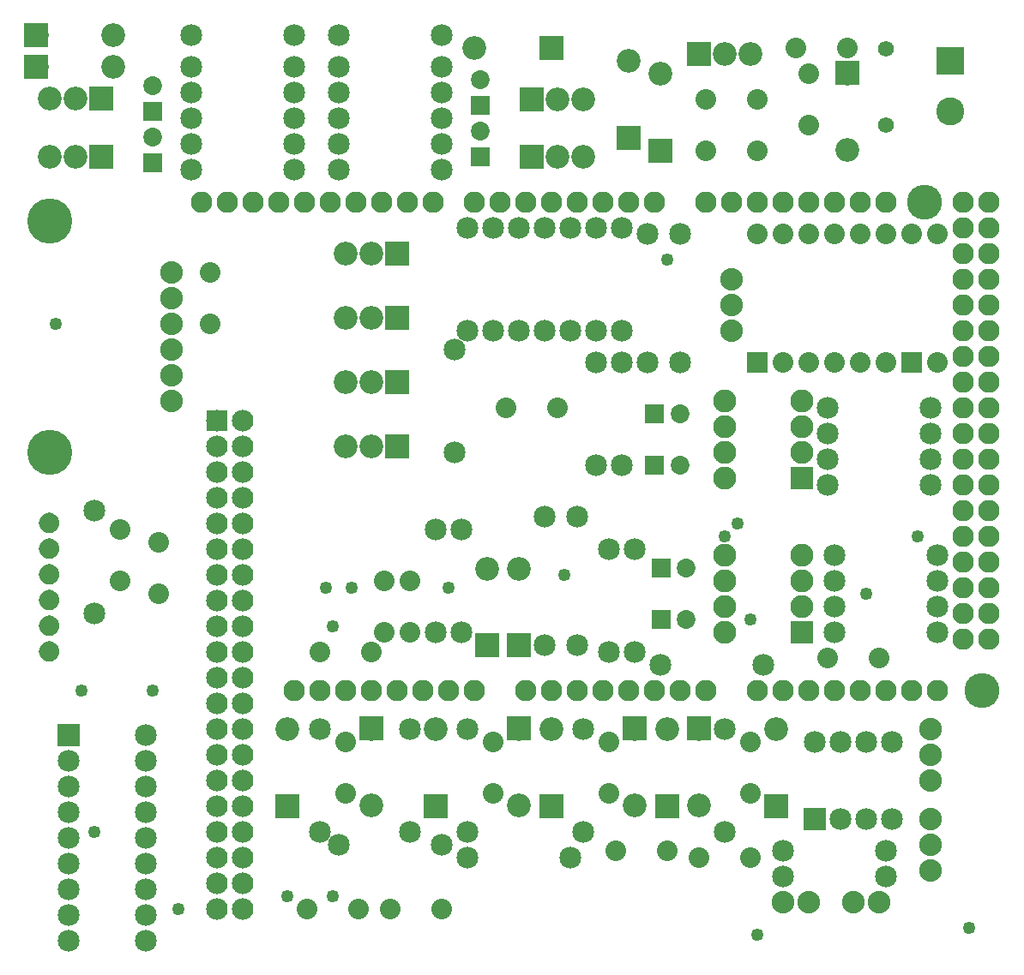
<source format=gts>
G04 MADE WITH FRITZING*
G04 WWW.FRITZING.ORG*
G04 DOUBLE SIDED*
G04 HOLES PLATED*
G04 CONTOUR ON CENTER OF CONTOUR VECTOR*
%ASAXBY*%
%FSLAX23Y23*%
%MOIN*%
%OFA0B0*%
%SFA1.0B1.0*%
%ADD10C,0.049370*%
%ADD11C,0.085000*%
%ADD12C,0.080000*%
%ADD13C,0.084000*%
%ADD14C,0.082917*%
%ADD15C,0.135984*%
%ADD16C,0.175354*%
%ADD17C,0.092000*%
%ADD18C,0.088000*%
%ADD19C,0.061496*%
%ADD20C,0.089370*%
%ADD21C,0.072992*%
%ADD22C,0.109055*%
%ADD23R,0.085000X0.085000*%
%ADD24R,0.080000X0.080000*%
%ADD25R,0.084000X0.084000*%
%ADD26R,0.092000X0.092000*%
%ADD27R,0.089370X0.089370*%
%ADD28R,0.072992X0.072992*%
%ADD29R,0.109055X0.109055*%
%ADD30R,0.001000X0.001000*%
%LNMASK1*%
G90*
G70*
G54D10*
X316Y678D03*
X1241Y1478D03*
X3316Y1603D03*
X2866Y1503D03*
X2141Y1678D03*
X1691Y1628D03*
X541Y1228D03*
X266Y1228D03*
X1241Y428D03*
X1066Y428D03*
X166Y2653D03*
X3716Y303D03*
X641Y378D03*
X2541Y2903D03*
X2891Y278D03*
G54D11*
X216Y1053D03*
X516Y1053D03*
X216Y953D03*
X516Y953D03*
X216Y853D03*
X516Y853D03*
X216Y753D03*
X516Y753D03*
X216Y653D03*
X516Y653D03*
X216Y553D03*
X516Y553D03*
X216Y453D03*
X516Y453D03*
X216Y353D03*
X516Y353D03*
X216Y253D03*
X516Y253D03*
G54D10*
X2816Y1878D03*
X2766Y1828D03*
X1216Y1628D03*
X1316Y1628D03*
G54D12*
X3591Y3003D03*
X3591Y2503D03*
X3491Y3003D03*
X3491Y2503D03*
X3391Y3003D03*
X3391Y2503D03*
X3291Y3003D03*
X3291Y2503D03*
X3191Y3003D03*
X3191Y2503D03*
X3091Y3003D03*
X3091Y2503D03*
X2991Y3003D03*
X2991Y2503D03*
X2891Y3003D03*
X2891Y2503D03*
G54D10*
X3516Y1828D03*
G54D11*
X3116Y728D03*
X3116Y1028D03*
X3216Y728D03*
X3216Y1028D03*
X3316Y728D03*
X3316Y1028D03*
X3416Y728D03*
X3416Y1028D03*
G54D13*
X891Y2278D03*
X891Y2178D03*
X891Y2078D03*
X891Y1978D03*
X891Y1878D03*
X891Y1778D03*
X891Y1678D03*
X891Y1578D03*
X891Y1478D03*
X891Y1378D03*
X891Y1278D03*
X891Y1178D03*
X891Y1078D03*
X891Y978D03*
X891Y878D03*
X891Y778D03*
X891Y678D03*
X891Y578D03*
X891Y478D03*
X891Y378D03*
X791Y2278D03*
X791Y2178D03*
X791Y2078D03*
X791Y1978D03*
X791Y1878D03*
X791Y1778D03*
X791Y1678D03*
X791Y1578D03*
X791Y1478D03*
X791Y1378D03*
X791Y1278D03*
X791Y1178D03*
X791Y1078D03*
X791Y978D03*
X791Y878D03*
X791Y778D03*
X791Y678D03*
X791Y578D03*
X791Y478D03*
X791Y378D03*
G54D14*
X2991Y1228D03*
X1391Y1228D03*
X3091Y1228D03*
X3191Y1228D03*
X3291Y1228D03*
X3391Y1228D03*
X3691Y2628D03*
X3491Y1228D03*
X3591Y1228D03*
X1431Y3128D03*
X1991Y1228D03*
X2091Y1228D03*
X2191Y1228D03*
X2291Y1228D03*
X3691Y1828D03*
X2391Y1228D03*
X2491Y1228D03*
X2591Y1228D03*
X2691Y1228D03*
X2191Y3128D03*
X3691Y3028D03*
X3691Y2228D03*
X3691Y1428D03*
X1031Y3128D03*
X1791Y1228D03*
X1791Y3128D03*
X3691Y2828D03*
X3691Y2428D03*
X3691Y2028D03*
X3391Y3128D03*
X3691Y1628D03*
X3291Y3128D03*
X3191Y3128D03*
X3091Y3128D03*
X2991Y3128D03*
X2891Y3128D03*
X2791Y3128D03*
X2691Y3128D03*
X831Y3128D03*
X1231Y3128D03*
X1631Y3128D03*
X1191Y1228D03*
X1591Y1228D03*
X2391Y3128D03*
X1991Y3128D03*
X3691Y3128D03*
X3691Y2928D03*
X3691Y2728D03*
X3691Y2528D03*
X3691Y2328D03*
X3691Y2128D03*
X3691Y1928D03*
X3691Y1728D03*
X3691Y1528D03*
X731Y3128D03*
X931Y3128D03*
X1131Y3128D03*
X1331Y3128D03*
X1531Y3128D03*
X1091Y1228D03*
X1291Y1228D03*
X1491Y1228D03*
X1691Y1228D03*
X2491Y3128D03*
X2291Y3128D03*
X2091Y3128D03*
X1891Y3128D03*
X3791Y3128D03*
X3791Y3028D03*
X3791Y2928D03*
X3791Y2828D03*
X3791Y2728D03*
X3791Y2628D03*
X3791Y2528D03*
X3791Y2428D03*
X3791Y2328D03*
X3791Y2228D03*
X3791Y2128D03*
X3791Y2028D03*
X3791Y1928D03*
X3791Y1828D03*
X3791Y1728D03*
X3791Y1628D03*
X3791Y1528D03*
X3791Y1428D03*
X2891Y1228D03*
G54D15*
X3766Y1228D03*
X3541Y3128D03*
G54D16*
X141Y3053D03*
G54D17*
X1491Y2428D03*
X1391Y2428D03*
X1291Y2428D03*
X1491Y2928D03*
X1391Y2928D03*
X1291Y2928D03*
X1491Y2678D03*
X1391Y2678D03*
X1291Y2678D03*
X1491Y2178D03*
X1391Y2178D03*
X1291Y2178D03*
G54D12*
X1191Y1378D03*
X1391Y1378D03*
G54D11*
X1191Y678D03*
X1191Y1078D03*
G54D17*
X2516Y3328D03*
X2516Y3626D03*
G54D11*
X316Y1928D03*
X316Y1528D03*
G54D16*
X141Y2153D03*
G54D18*
X616Y2853D03*
X616Y2753D03*
X616Y2653D03*
X616Y2553D03*
X616Y2453D03*
X616Y2353D03*
X3566Y528D03*
X3566Y628D03*
X3566Y728D03*
X3566Y1078D03*
X3566Y978D03*
X3566Y878D03*
X2791Y2828D03*
X2791Y2728D03*
X2791Y2628D03*
G54D11*
X2991Y603D03*
X3391Y603D03*
X2991Y503D03*
X3391Y503D03*
G54D18*
X2991Y403D03*
X3091Y403D03*
X3266Y403D03*
X3366Y403D03*
G54D11*
X3591Y1453D03*
X3191Y1453D03*
X2366Y3028D03*
X2366Y2628D03*
X2266Y3028D03*
X2266Y2628D03*
X3566Y2028D03*
X3166Y2028D03*
X3591Y1753D03*
X3191Y1753D03*
X2166Y3028D03*
X2166Y2628D03*
X1716Y2153D03*
X1716Y2553D03*
X3566Y2328D03*
X3166Y2328D03*
G54D17*
X2666Y3703D03*
X2766Y3703D03*
X2866Y3703D03*
G54D12*
X3041Y3728D03*
X3241Y3728D03*
X2891Y3528D03*
X2891Y3328D03*
X3091Y3428D03*
X3091Y3628D03*
X2691Y3528D03*
X2691Y3328D03*
G54D17*
X3241Y3628D03*
X3241Y3330D03*
G54D19*
X3391Y3428D03*
X3391Y3723D03*
X3391Y3428D03*
X3391Y3723D03*
G54D20*
X3066Y1453D03*
X2766Y1453D03*
X3066Y1553D03*
X2766Y1553D03*
X3066Y1653D03*
X2766Y1653D03*
X3066Y1753D03*
X2766Y1753D03*
X3066Y2053D03*
X2766Y2053D03*
X3066Y2153D03*
X2766Y2153D03*
X3066Y2253D03*
X2766Y2253D03*
X3066Y2353D03*
X2766Y2353D03*
G54D11*
X3591Y1553D03*
X3191Y1553D03*
X1866Y3028D03*
X1866Y2628D03*
X1966Y3028D03*
X1966Y2628D03*
X3566Y2128D03*
X3166Y2128D03*
X3591Y1653D03*
X3191Y1653D03*
X2066Y3028D03*
X2066Y2628D03*
X1766Y3028D03*
X1766Y2628D03*
X3566Y2228D03*
X3166Y2228D03*
G54D12*
X3366Y1353D03*
X3166Y1353D03*
G54D11*
X2066Y1403D03*
X2066Y1903D03*
G54D12*
X1916Y2328D03*
X2116Y2328D03*
G54D11*
X2591Y2503D03*
X2591Y3003D03*
X2191Y1903D03*
X2191Y1403D03*
X2466Y3003D03*
X2466Y2503D03*
X2416Y1778D03*
X2416Y1378D03*
X2266Y2103D03*
X2266Y2503D03*
X2316Y1778D03*
X2316Y1378D03*
X2366Y2103D03*
X2366Y2503D03*
G54D21*
X2518Y1703D03*
X2616Y1703D03*
X2493Y2303D03*
X2591Y2303D03*
X2518Y1503D03*
X2616Y1503D03*
X2493Y2103D03*
X2591Y2103D03*
G54D11*
X1741Y1853D03*
X1741Y1453D03*
X2166Y578D03*
X1766Y578D03*
X1666Y628D03*
X1266Y628D03*
G54D12*
X1866Y828D03*
X1866Y1028D03*
X1666Y378D03*
X1466Y378D03*
X1291Y828D03*
X1291Y1028D03*
X1341Y378D03*
X1141Y378D03*
G54D11*
X1766Y678D03*
X1766Y1078D03*
X1541Y678D03*
X1541Y1078D03*
G54D17*
X2091Y778D03*
X2091Y1076D03*
X1391Y1078D03*
X1391Y780D03*
X1641Y778D03*
X1641Y1076D03*
X1066Y778D03*
X1066Y1076D03*
X1966Y1403D03*
X1966Y1701D03*
X1966Y1078D03*
X1966Y780D03*
G54D12*
X2866Y828D03*
X2866Y1028D03*
X566Y1603D03*
X566Y1803D03*
X2316Y828D03*
X2316Y1028D03*
X766Y2853D03*
X766Y2653D03*
X416Y1653D03*
X416Y1853D03*
X2666Y578D03*
X2866Y578D03*
X2541Y603D03*
X2341Y603D03*
G54D11*
X2766Y678D03*
X2766Y1078D03*
X2216Y678D03*
X2216Y1078D03*
G54D17*
X2966Y778D03*
X2966Y1076D03*
X2541Y778D03*
X2541Y1076D03*
X2666Y1078D03*
X2666Y780D03*
X2416Y1078D03*
X2416Y780D03*
G54D11*
X2916Y1328D03*
X2516Y1328D03*
G54D12*
X1441Y1453D03*
X1441Y1653D03*
X1541Y1653D03*
X1541Y1453D03*
G54D11*
X1641Y1853D03*
X1641Y1453D03*
G54D17*
X1841Y1403D03*
X1841Y1701D03*
G54D11*
X1091Y3253D03*
X691Y3253D03*
X1266Y3253D03*
X1666Y3253D03*
X1091Y3553D03*
X691Y3553D03*
X1265Y3552D03*
X1665Y3552D03*
G54D21*
X542Y3281D03*
X542Y3379D03*
X1816Y3305D03*
X1816Y3403D03*
X542Y3481D03*
X542Y3579D03*
X1816Y3505D03*
X1816Y3603D03*
G54D17*
X91Y3653D03*
X389Y3653D03*
X2091Y3728D03*
X1793Y3728D03*
X91Y3778D03*
X389Y3778D03*
X2391Y3378D03*
X2391Y3676D03*
X341Y3303D03*
X241Y3303D03*
X141Y3303D03*
X2016Y3303D03*
X2116Y3303D03*
X2216Y3303D03*
X342Y3529D03*
X242Y3529D03*
X142Y3529D03*
X2016Y3528D03*
X2116Y3528D03*
X2216Y3528D03*
G54D11*
X1091Y3353D03*
X691Y3353D03*
X1265Y3352D03*
X1665Y3352D03*
X1091Y3653D03*
X691Y3653D03*
X1265Y3652D03*
X1665Y3652D03*
X1091Y3453D03*
X691Y3453D03*
X1265Y3452D03*
X1665Y3452D03*
X1091Y3778D03*
X691Y3778D03*
X1266Y3778D03*
X1666Y3778D03*
G54D22*
X3641Y3678D03*
X3641Y3481D03*
G54D23*
X216Y1053D03*
G54D24*
X2891Y2503D03*
X3491Y2503D03*
G54D23*
X3116Y728D03*
G54D25*
X791Y2278D03*
G54D26*
X1491Y2428D03*
X1491Y2928D03*
X1491Y2678D03*
X1491Y2178D03*
X2516Y3327D03*
X2666Y3703D03*
X3241Y3629D03*
G54D27*
X3066Y1453D03*
X3066Y2053D03*
G54D28*
X2518Y1703D03*
X2493Y2303D03*
X2518Y1503D03*
X2493Y2103D03*
G54D26*
X2091Y777D03*
X1391Y1079D03*
X1641Y777D03*
X1066Y777D03*
X1966Y1402D03*
X1966Y1079D03*
X2966Y777D03*
X2541Y777D03*
X2666Y1079D03*
X2416Y1079D03*
X1841Y1402D03*
G54D28*
X542Y3281D03*
X1816Y3305D03*
X542Y3481D03*
X1816Y3505D03*
G54D26*
X90Y3653D03*
X2092Y3728D03*
X90Y3778D03*
X2391Y3377D03*
X341Y3303D03*
X2016Y3303D03*
X342Y3529D03*
X2016Y3528D03*
G54D29*
X3641Y3678D03*
G54D30*
X136Y1918D02*
X146Y1918D01*
X132Y1917D02*
X150Y1917D01*
X129Y1916D02*
X153Y1916D01*
X126Y1915D02*
X155Y1915D01*
X124Y1914D02*
X157Y1914D01*
X123Y1913D02*
X159Y1913D01*
X121Y1912D02*
X160Y1912D01*
X120Y1911D02*
X162Y1911D01*
X118Y1910D02*
X163Y1910D01*
X117Y1909D02*
X164Y1909D01*
X116Y1908D02*
X166Y1908D01*
X115Y1907D02*
X167Y1907D01*
X114Y1906D02*
X168Y1906D01*
X113Y1905D02*
X169Y1905D01*
X112Y1904D02*
X170Y1904D01*
X111Y1903D02*
X170Y1903D01*
X110Y1902D02*
X171Y1902D01*
X109Y1901D02*
X172Y1901D01*
X109Y1900D02*
X173Y1900D01*
X108Y1899D02*
X173Y1899D01*
X107Y1898D02*
X174Y1898D01*
X107Y1897D02*
X175Y1897D01*
X106Y1896D02*
X175Y1896D01*
X106Y1895D02*
X176Y1895D01*
X105Y1894D02*
X176Y1894D01*
X105Y1893D02*
X177Y1893D01*
X104Y1892D02*
X177Y1892D01*
X104Y1891D02*
X178Y1891D01*
X103Y1890D02*
X178Y1890D01*
X103Y1889D02*
X178Y1889D01*
X103Y1888D02*
X179Y1888D01*
X102Y1887D02*
X179Y1887D01*
X102Y1886D02*
X179Y1886D01*
X102Y1885D02*
X179Y1885D01*
X102Y1884D02*
X180Y1884D01*
X102Y1883D02*
X180Y1883D01*
X101Y1882D02*
X180Y1882D01*
X101Y1881D02*
X180Y1881D01*
X101Y1880D02*
X180Y1880D01*
X101Y1879D02*
X180Y1879D01*
X101Y1878D02*
X180Y1878D01*
X101Y1877D02*
X180Y1877D01*
X101Y1876D02*
X180Y1876D01*
X101Y1875D02*
X180Y1875D01*
X102Y1874D02*
X180Y1874D01*
X102Y1873D02*
X180Y1873D01*
X102Y1872D02*
X179Y1872D01*
X102Y1871D02*
X179Y1871D01*
X102Y1870D02*
X179Y1870D01*
X103Y1869D02*
X179Y1869D01*
X103Y1868D02*
X178Y1868D01*
X103Y1867D02*
X178Y1867D01*
X104Y1866D02*
X178Y1866D01*
X104Y1865D02*
X177Y1865D01*
X105Y1864D02*
X177Y1864D01*
X105Y1863D02*
X176Y1863D01*
X106Y1862D02*
X176Y1862D01*
X106Y1861D02*
X175Y1861D01*
X107Y1860D02*
X175Y1860D01*
X107Y1859D02*
X174Y1859D01*
X108Y1858D02*
X173Y1858D01*
X109Y1857D02*
X173Y1857D01*
X109Y1856D02*
X172Y1856D01*
X110Y1855D02*
X171Y1855D01*
X111Y1854D02*
X170Y1854D01*
X112Y1853D02*
X169Y1853D01*
X113Y1852D02*
X169Y1852D01*
X114Y1851D02*
X168Y1851D01*
X115Y1850D02*
X167Y1850D01*
X116Y1849D02*
X165Y1849D01*
X117Y1848D02*
X164Y1848D01*
X118Y1847D02*
X163Y1847D01*
X120Y1846D02*
X162Y1846D01*
X121Y1845D02*
X160Y1845D01*
X123Y1844D02*
X159Y1844D01*
X125Y1843D02*
X157Y1843D01*
X126Y1842D02*
X155Y1842D01*
X129Y1841D02*
X153Y1841D01*
X132Y1840D02*
X150Y1840D01*
X136Y1839D02*
X145Y1839D01*
X136Y1818D02*
X146Y1818D01*
X132Y1817D02*
X150Y1817D01*
X129Y1816D02*
X153Y1816D01*
X126Y1815D02*
X155Y1815D01*
X124Y1814D02*
X157Y1814D01*
X123Y1813D02*
X159Y1813D01*
X121Y1812D02*
X160Y1812D01*
X120Y1811D02*
X162Y1811D01*
X118Y1810D02*
X163Y1810D01*
X117Y1809D02*
X164Y1809D01*
X116Y1808D02*
X166Y1808D01*
X115Y1807D02*
X167Y1807D01*
X114Y1806D02*
X168Y1806D01*
X113Y1805D02*
X169Y1805D01*
X112Y1804D02*
X170Y1804D01*
X111Y1803D02*
X170Y1803D01*
X110Y1802D02*
X171Y1802D01*
X109Y1801D02*
X172Y1801D01*
X109Y1800D02*
X173Y1800D01*
X108Y1799D02*
X173Y1799D01*
X107Y1798D02*
X174Y1798D01*
X107Y1797D02*
X175Y1797D01*
X106Y1796D02*
X175Y1796D01*
X106Y1795D02*
X176Y1795D01*
X105Y1794D02*
X176Y1794D01*
X105Y1793D02*
X177Y1793D01*
X104Y1792D02*
X177Y1792D01*
X104Y1791D02*
X178Y1791D01*
X103Y1790D02*
X178Y1790D01*
X103Y1789D02*
X178Y1789D01*
X103Y1788D02*
X179Y1788D01*
X102Y1787D02*
X179Y1787D01*
X102Y1786D02*
X179Y1786D01*
X102Y1785D02*
X179Y1785D01*
X102Y1784D02*
X180Y1784D01*
X102Y1783D02*
X180Y1783D01*
X101Y1782D02*
X180Y1782D01*
X101Y1781D02*
X180Y1781D01*
X101Y1780D02*
X180Y1780D01*
X101Y1779D02*
X180Y1779D01*
X101Y1778D02*
X180Y1778D01*
X101Y1777D02*
X180Y1777D01*
X101Y1776D02*
X180Y1776D01*
X101Y1775D02*
X180Y1775D01*
X102Y1774D02*
X180Y1774D01*
X102Y1773D02*
X180Y1773D01*
X102Y1772D02*
X179Y1772D01*
X102Y1771D02*
X179Y1771D01*
X102Y1770D02*
X179Y1770D01*
X103Y1769D02*
X179Y1769D01*
X103Y1768D02*
X178Y1768D01*
X103Y1767D02*
X178Y1767D01*
X104Y1766D02*
X178Y1766D01*
X104Y1765D02*
X177Y1765D01*
X105Y1764D02*
X177Y1764D01*
X105Y1763D02*
X176Y1763D01*
X106Y1762D02*
X176Y1762D01*
X106Y1761D02*
X175Y1761D01*
X107Y1760D02*
X175Y1760D01*
X107Y1759D02*
X174Y1759D01*
X108Y1758D02*
X173Y1758D01*
X109Y1757D02*
X173Y1757D01*
X109Y1756D02*
X172Y1756D01*
X110Y1755D02*
X171Y1755D01*
X111Y1754D02*
X170Y1754D01*
X112Y1753D02*
X169Y1753D01*
X113Y1752D02*
X169Y1752D01*
X114Y1751D02*
X168Y1751D01*
X115Y1750D02*
X167Y1750D01*
X116Y1749D02*
X165Y1749D01*
X117Y1748D02*
X164Y1748D01*
X118Y1747D02*
X163Y1747D01*
X120Y1746D02*
X162Y1746D01*
X121Y1745D02*
X160Y1745D01*
X123Y1744D02*
X159Y1744D01*
X125Y1743D02*
X157Y1743D01*
X126Y1742D02*
X155Y1742D01*
X129Y1741D02*
X153Y1741D01*
X132Y1740D02*
X150Y1740D01*
X136Y1739D02*
X145Y1739D01*
X136Y1718D02*
X146Y1718D01*
X132Y1717D02*
X150Y1717D01*
X129Y1716D02*
X153Y1716D01*
X126Y1715D02*
X155Y1715D01*
X124Y1714D02*
X157Y1714D01*
X123Y1713D02*
X159Y1713D01*
X121Y1712D02*
X160Y1712D01*
X120Y1711D02*
X162Y1711D01*
X118Y1710D02*
X163Y1710D01*
X117Y1709D02*
X164Y1709D01*
X116Y1708D02*
X166Y1708D01*
X115Y1707D02*
X167Y1707D01*
X114Y1706D02*
X168Y1706D01*
X113Y1705D02*
X169Y1705D01*
X112Y1704D02*
X170Y1704D01*
X111Y1703D02*
X170Y1703D01*
X110Y1702D02*
X171Y1702D01*
X109Y1701D02*
X172Y1701D01*
X109Y1700D02*
X173Y1700D01*
X108Y1699D02*
X173Y1699D01*
X107Y1698D02*
X174Y1698D01*
X107Y1697D02*
X175Y1697D01*
X106Y1696D02*
X175Y1696D01*
X106Y1695D02*
X176Y1695D01*
X105Y1694D02*
X176Y1694D01*
X105Y1693D02*
X177Y1693D01*
X104Y1692D02*
X177Y1692D01*
X104Y1691D02*
X178Y1691D01*
X103Y1690D02*
X178Y1690D01*
X103Y1689D02*
X178Y1689D01*
X103Y1688D02*
X179Y1688D01*
X102Y1687D02*
X179Y1687D01*
X102Y1686D02*
X179Y1686D01*
X102Y1685D02*
X179Y1685D01*
X102Y1684D02*
X180Y1684D01*
X102Y1683D02*
X180Y1683D01*
X101Y1682D02*
X180Y1682D01*
X101Y1681D02*
X180Y1681D01*
X101Y1680D02*
X180Y1680D01*
X101Y1679D02*
X180Y1679D01*
X101Y1678D02*
X180Y1678D01*
X101Y1677D02*
X180Y1677D01*
X101Y1676D02*
X180Y1676D01*
X101Y1675D02*
X180Y1675D01*
X102Y1674D02*
X180Y1674D01*
X102Y1673D02*
X180Y1673D01*
X102Y1672D02*
X179Y1672D01*
X102Y1671D02*
X179Y1671D01*
X102Y1670D02*
X179Y1670D01*
X103Y1669D02*
X179Y1669D01*
X103Y1668D02*
X178Y1668D01*
X103Y1667D02*
X178Y1667D01*
X104Y1666D02*
X178Y1666D01*
X104Y1665D02*
X177Y1665D01*
X105Y1664D02*
X177Y1664D01*
X105Y1663D02*
X176Y1663D01*
X106Y1662D02*
X176Y1662D01*
X106Y1661D02*
X175Y1661D01*
X107Y1660D02*
X175Y1660D01*
X107Y1659D02*
X174Y1659D01*
X108Y1658D02*
X173Y1658D01*
X109Y1657D02*
X173Y1657D01*
X109Y1656D02*
X172Y1656D01*
X110Y1655D02*
X171Y1655D01*
X111Y1654D02*
X170Y1654D01*
X112Y1653D02*
X169Y1653D01*
X113Y1652D02*
X169Y1652D01*
X114Y1651D02*
X168Y1651D01*
X115Y1650D02*
X167Y1650D01*
X116Y1649D02*
X165Y1649D01*
X117Y1648D02*
X164Y1648D01*
X118Y1647D02*
X163Y1647D01*
X120Y1646D02*
X162Y1646D01*
X121Y1645D02*
X160Y1645D01*
X123Y1644D02*
X159Y1644D01*
X125Y1643D02*
X157Y1643D01*
X126Y1642D02*
X155Y1642D01*
X129Y1641D02*
X153Y1641D01*
X132Y1640D02*
X150Y1640D01*
X136Y1639D02*
X145Y1639D01*
X136Y1618D02*
X146Y1618D01*
X132Y1617D02*
X150Y1617D01*
X129Y1616D02*
X153Y1616D01*
X126Y1615D02*
X155Y1615D01*
X124Y1614D02*
X157Y1614D01*
X123Y1613D02*
X159Y1613D01*
X121Y1612D02*
X160Y1612D01*
X120Y1611D02*
X162Y1611D01*
X118Y1610D02*
X163Y1610D01*
X117Y1609D02*
X164Y1609D01*
X116Y1608D02*
X166Y1608D01*
X115Y1607D02*
X167Y1607D01*
X114Y1606D02*
X168Y1606D01*
X113Y1605D02*
X169Y1605D01*
X112Y1604D02*
X170Y1604D01*
X111Y1603D02*
X170Y1603D01*
X110Y1602D02*
X171Y1602D01*
X109Y1601D02*
X172Y1601D01*
X109Y1600D02*
X173Y1600D01*
X108Y1599D02*
X173Y1599D01*
X107Y1598D02*
X174Y1598D01*
X107Y1597D02*
X175Y1597D01*
X106Y1596D02*
X175Y1596D01*
X106Y1595D02*
X176Y1595D01*
X105Y1594D02*
X176Y1594D01*
X105Y1593D02*
X177Y1593D01*
X104Y1592D02*
X177Y1592D01*
X104Y1591D02*
X178Y1591D01*
X103Y1590D02*
X178Y1590D01*
X103Y1589D02*
X178Y1589D01*
X103Y1588D02*
X179Y1588D01*
X102Y1587D02*
X179Y1587D01*
X102Y1586D02*
X179Y1586D01*
X102Y1585D02*
X179Y1585D01*
X102Y1584D02*
X180Y1584D01*
X102Y1583D02*
X180Y1583D01*
X101Y1582D02*
X180Y1582D01*
X101Y1581D02*
X180Y1581D01*
X101Y1580D02*
X180Y1580D01*
X101Y1579D02*
X180Y1579D01*
X101Y1578D02*
X180Y1578D01*
X101Y1577D02*
X180Y1577D01*
X101Y1576D02*
X180Y1576D01*
X101Y1575D02*
X180Y1575D01*
X102Y1574D02*
X180Y1574D01*
X102Y1573D02*
X180Y1573D01*
X102Y1572D02*
X179Y1572D01*
X102Y1571D02*
X179Y1571D01*
X102Y1570D02*
X179Y1570D01*
X103Y1569D02*
X179Y1569D01*
X103Y1568D02*
X178Y1568D01*
X103Y1567D02*
X178Y1567D01*
X104Y1566D02*
X178Y1566D01*
X104Y1565D02*
X177Y1565D01*
X105Y1564D02*
X177Y1564D01*
X105Y1563D02*
X176Y1563D01*
X106Y1562D02*
X176Y1562D01*
X106Y1561D02*
X175Y1561D01*
X107Y1560D02*
X175Y1560D01*
X107Y1559D02*
X174Y1559D01*
X108Y1558D02*
X173Y1558D01*
X109Y1557D02*
X173Y1557D01*
X109Y1556D02*
X172Y1556D01*
X110Y1555D02*
X171Y1555D01*
X111Y1554D02*
X170Y1554D01*
X112Y1553D02*
X169Y1553D01*
X113Y1552D02*
X169Y1552D01*
X114Y1551D02*
X168Y1551D01*
X115Y1550D02*
X167Y1550D01*
X116Y1549D02*
X165Y1549D01*
X117Y1548D02*
X164Y1548D01*
X118Y1547D02*
X163Y1547D01*
X120Y1546D02*
X162Y1546D01*
X121Y1545D02*
X160Y1545D01*
X123Y1544D02*
X159Y1544D01*
X125Y1543D02*
X157Y1543D01*
X126Y1542D02*
X155Y1542D01*
X129Y1541D02*
X153Y1541D01*
X132Y1540D02*
X150Y1540D01*
X136Y1539D02*
X145Y1539D01*
X136Y1518D02*
X146Y1518D01*
X132Y1517D02*
X150Y1517D01*
X129Y1516D02*
X153Y1516D01*
X126Y1515D02*
X155Y1515D01*
X124Y1514D02*
X157Y1514D01*
X123Y1513D02*
X159Y1513D01*
X121Y1512D02*
X160Y1512D01*
X120Y1511D02*
X162Y1511D01*
X118Y1510D02*
X163Y1510D01*
X117Y1509D02*
X164Y1509D01*
X116Y1508D02*
X166Y1508D01*
X115Y1507D02*
X167Y1507D01*
X114Y1506D02*
X168Y1506D01*
X113Y1505D02*
X169Y1505D01*
X112Y1504D02*
X170Y1504D01*
X111Y1503D02*
X170Y1503D01*
X110Y1502D02*
X171Y1502D01*
X109Y1501D02*
X172Y1501D01*
X109Y1500D02*
X173Y1500D01*
X108Y1499D02*
X173Y1499D01*
X107Y1498D02*
X174Y1498D01*
X107Y1497D02*
X175Y1497D01*
X106Y1496D02*
X175Y1496D01*
X106Y1495D02*
X176Y1495D01*
X105Y1494D02*
X176Y1494D01*
X105Y1493D02*
X177Y1493D01*
X104Y1492D02*
X177Y1492D01*
X104Y1491D02*
X178Y1491D01*
X103Y1490D02*
X178Y1490D01*
X103Y1489D02*
X178Y1489D01*
X103Y1488D02*
X179Y1488D01*
X102Y1487D02*
X179Y1487D01*
X102Y1486D02*
X179Y1486D01*
X102Y1485D02*
X179Y1485D01*
X102Y1484D02*
X180Y1484D01*
X102Y1483D02*
X180Y1483D01*
X101Y1482D02*
X180Y1482D01*
X101Y1481D02*
X180Y1481D01*
X101Y1480D02*
X180Y1480D01*
X101Y1479D02*
X180Y1479D01*
X101Y1478D02*
X180Y1478D01*
X101Y1477D02*
X180Y1477D01*
X101Y1476D02*
X180Y1476D01*
X101Y1475D02*
X180Y1475D01*
X102Y1474D02*
X180Y1474D01*
X102Y1473D02*
X180Y1473D01*
X102Y1472D02*
X179Y1472D01*
X102Y1471D02*
X179Y1471D01*
X102Y1470D02*
X179Y1470D01*
X103Y1469D02*
X179Y1469D01*
X103Y1468D02*
X178Y1468D01*
X103Y1467D02*
X178Y1467D01*
X104Y1466D02*
X178Y1466D01*
X104Y1465D02*
X177Y1465D01*
X105Y1464D02*
X177Y1464D01*
X105Y1463D02*
X176Y1463D01*
X106Y1462D02*
X176Y1462D01*
X106Y1461D02*
X175Y1461D01*
X107Y1460D02*
X175Y1460D01*
X107Y1459D02*
X174Y1459D01*
X108Y1458D02*
X173Y1458D01*
X109Y1457D02*
X173Y1457D01*
X109Y1456D02*
X172Y1456D01*
X110Y1455D02*
X171Y1455D01*
X111Y1454D02*
X170Y1454D01*
X112Y1453D02*
X169Y1453D01*
X113Y1452D02*
X169Y1452D01*
X114Y1451D02*
X168Y1451D01*
X115Y1450D02*
X167Y1450D01*
X116Y1449D02*
X165Y1449D01*
X117Y1448D02*
X164Y1448D01*
X118Y1447D02*
X163Y1447D01*
X120Y1446D02*
X162Y1446D01*
X121Y1445D02*
X160Y1445D01*
X123Y1444D02*
X159Y1444D01*
X125Y1443D02*
X157Y1443D01*
X126Y1442D02*
X155Y1442D01*
X129Y1441D02*
X153Y1441D01*
X132Y1440D02*
X150Y1440D01*
X136Y1439D02*
X145Y1439D01*
X136Y1418D02*
X146Y1418D01*
X132Y1417D02*
X150Y1417D01*
X129Y1416D02*
X153Y1416D01*
X126Y1415D02*
X155Y1415D01*
X124Y1414D02*
X157Y1414D01*
X123Y1413D02*
X159Y1413D01*
X121Y1412D02*
X160Y1412D01*
X120Y1411D02*
X162Y1411D01*
X118Y1410D02*
X163Y1410D01*
X117Y1409D02*
X164Y1409D01*
X116Y1408D02*
X166Y1408D01*
X115Y1407D02*
X167Y1407D01*
X114Y1406D02*
X168Y1406D01*
X113Y1405D02*
X169Y1405D01*
X112Y1404D02*
X170Y1404D01*
X111Y1403D02*
X170Y1403D01*
X110Y1402D02*
X171Y1402D01*
X109Y1401D02*
X172Y1401D01*
X109Y1400D02*
X173Y1400D01*
X108Y1399D02*
X173Y1399D01*
X107Y1398D02*
X174Y1398D01*
X107Y1397D02*
X175Y1397D01*
X106Y1396D02*
X175Y1396D01*
X106Y1395D02*
X176Y1395D01*
X105Y1394D02*
X176Y1394D01*
X105Y1393D02*
X177Y1393D01*
X104Y1392D02*
X177Y1392D01*
X104Y1391D02*
X178Y1391D01*
X103Y1390D02*
X178Y1390D01*
X103Y1389D02*
X178Y1389D01*
X103Y1388D02*
X179Y1388D01*
X102Y1387D02*
X179Y1387D01*
X102Y1386D02*
X179Y1386D01*
X102Y1385D02*
X179Y1385D01*
X102Y1384D02*
X180Y1384D01*
X102Y1383D02*
X180Y1383D01*
X101Y1382D02*
X180Y1382D01*
X101Y1381D02*
X180Y1381D01*
X101Y1380D02*
X180Y1380D01*
X101Y1379D02*
X180Y1379D01*
X101Y1378D02*
X180Y1378D01*
X101Y1377D02*
X180Y1377D01*
X101Y1376D02*
X180Y1376D01*
X101Y1375D02*
X180Y1375D01*
X102Y1374D02*
X180Y1374D01*
X102Y1373D02*
X180Y1373D01*
X102Y1372D02*
X179Y1372D01*
X102Y1371D02*
X179Y1371D01*
X102Y1370D02*
X179Y1370D01*
X103Y1369D02*
X179Y1369D01*
X103Y1368D02*
X178Y1368D01*
X103Y1367D02*
X178Y1367D01*
X104Y1366D02*
X178Y1366D01*
X104Y1365D02*
X177Y1365D01*
X105Y1364D02*
X177Y1364D01*
X105Y1363D02*
X176Y1363D01*
X106Y1362D02*
X176Y1362D01*
X106Y1361D02*
X175Y1361D01*
X107Y1360D02*
X175Y1360D01*
X107Y1359D02*
X174Y1359D01*
X108Y1358D02*
X173Y1358D01*
X109Y1357D02*
X173Y1357D01*
X109Y1356D02*
X172Y1356D01*
X110Y1355D02*
X171Y1355D01*
X111Y1354D02*
X170Y1354D01*
X112Y1353D02*
X169Y1353D01*
X113Y1352D02*
X169Y1352D01*
X114Y1351D02*
X168Y1351D01*
X115Y1350D02*
X167Y1350D01*
X116Y1349D02*
X165Y1349D01*
X117Y1348D02*
X164Y1348D01*
X118Y1347D02*
X163Y1347D01*
X120Y1346D02*
X162Y1346D01*
X121Y1345D02*
X160Y1345D01*
X123Y1344D02*
X159Y1344D01*
X125Y1343D02*
X157Y1343D01*
X126Y1342D02*
X155Y1342D01*
X129Y1341D02*
X153Y1341D01*
X132Y1340D02*
X150Y1340D01*
X136Y1339D02*
X145Y1339D01*
D02*
G04 End of Mask1*
M02*
</source>
